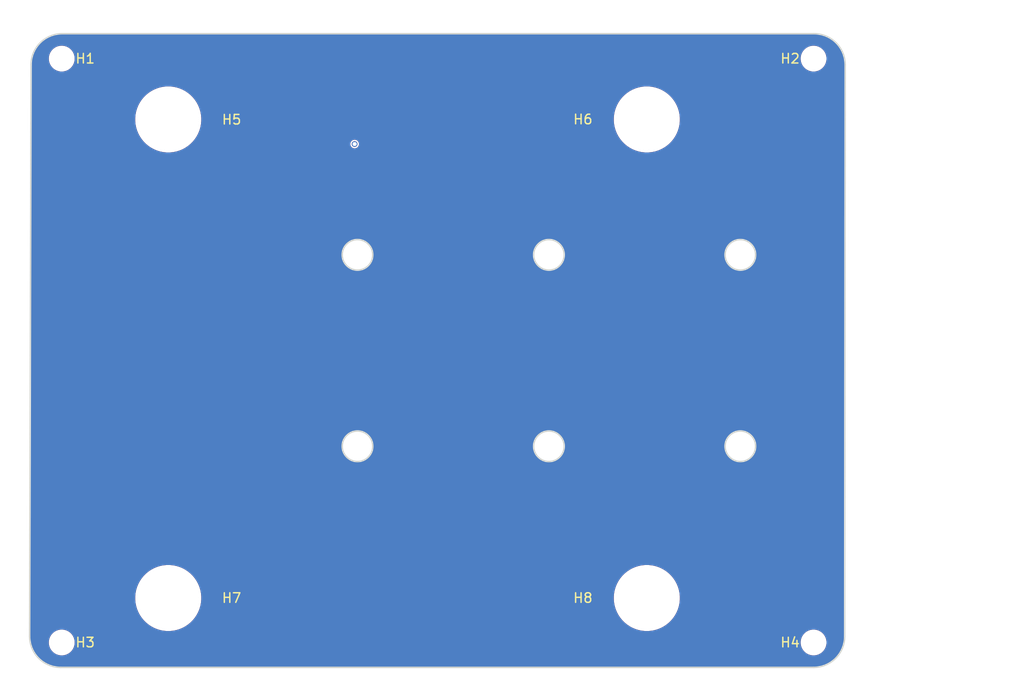
<source format=kicad_pcb>
(kicad_pcb (version 20240108) (generator "pcbnew") (generator_version "8.0")
  (layers (0 "F.Cu" signal) (31 "B.Cu" signal) (34 "B.Paste" user) (35 "F.Paste" user) (36 "B.SilkS" user "B.Silkscreen") (37 "F.SilkS" user "F.Silkscreen") (38 "B.Mask" user) (39 "F.Mask" user) (44 "Edge.Cuts" user))
  (net 0 "")
  (footprint "MountingHole:MountingHole_2.2mm_M2" (layer "F.Cu") (at 162.422 144.646)
    (property "Reference" "H4" (at -2.45 0 0) (layer "F.SilkS"))
    (property "Value" "MountingHole")
    (pad "" np_thru_hole circle (at 0 0) (size 2.2 2.2) (drill 2.2) (layers "*.Cu" "*.Mask"))
  )
  (footprint "MountingHole:MountingHole_6.4mm_M6" (layer "F.Cu") (at 145 90)
    (property "Reference" "H6" (at -6.678 -0.004 0) (layer "F.SilkS"))
    (property "Value" "MountingHole")
    (pad "" np_thru_hole circle (at 0 0) (size 6.4 6.4) (drill 6.4) (layers "*.Cu" "*.Mask"))
  )
  (footprint "MountingHole:MountingHole_2.2mm_M2" (layer "F.Cu") (at 83.872 83.646)
    (property "Reference" "H1" (at 2.45 0 0) (layer "F.SilkS"))
    (property "Value" "MountingHole")
    (pad "" np_thru_hole circle (at 0 0) (size 2.2 2.2) (drill 2.2) (layers "*.Cu" "*.Mask"))
  )
  (footprint "MountingHole:MountingHole_6.4mm_M6" (layer "F.Cu") (at 95 90)
    (property "Reference" "H5" (at 6.622 0.021 0) (layer "F.SilkS"))
    (property "Value" "MountingHole")
    (pad "" np_thru_hole circle (at 0 0) (size 6.4 6.4) (drill 6.4) (layers "*.Cu" "*.Mask"))
  )
  (footprint "MountingHole:MountingHole_2.2mm_M2" (layer "F.Cu") (at 83.872 144.646)
    (property "Reference" "H3" (at 2.45 0 0) (layer "F.SilkS"))
    (property "Value" "MountingHole")
    (pad "" np_thru_hole circle (at 0 0) (size 2.2 2.2) (drill 2.2) (layers "*.Cu" "*.Mask"))
  )
  (footprint "MountingHole:MountingHole_6.4mm_M6" (layer "F.Cu") (at 145 140)
    (property "Reference" "H8" (at -6.678 -0.004 0) (layer "F.SilkS"))
    (property "Value" "MountingHole")
    (pad "" np_thru_hole circle (at 0 0) (size 6.4 6.4) (drill 6.4) (layers "*.Cu" "*.Mask"))
  )
  (footprint "MountingHole:MountingHole_6.4mm_M6" (layer "F.Cu") (at 95 140)
    (property "Reference" "H7" (at 6.622 -0.004 0) (layer "F.SilkS"))
    (property "Value" "MountingHole")
    (pad "" np_thru_hole circle (at 0 0) (size 6.4 6.4) (drill 6.4) (layers "*.Cu" "*.Mask"))
  )
  (footprint "MountingHole:MountingHole_2.2mm_M2" (layer "F.Cu") (at 162.422 83.646)
    (property "Reference" "H2" (at -2.45 0 0) (layer "F.SilkS"))
    (property "Value" "MountingHole")
    (pad "" np_thru_hole circle (at 0 0) (size 2.2 2.2) (drill 2.2) (layers "*.Cu" "*.Mask"))
  )
  (gr_arc (start 80.672 84.296) (mid 81.623903 81.997903) (end 83.922 81.046) (stroke (width 0.16)) (layer "Edge.Cuts"))
  (gr_line (start 80.522 143.996) (end 80.672 84.296) (stroke (width 0.16)) (layer "Edge.Cuts"))
  (gr_circle (center 154.772 104.146) (end 153.172 104.146) (stroke (width 0.16)) (fill none) (layer "Edge.Cuts"))
  (gr_arc (start 165.672 143.996) (mid 164.720096 146.294095) (end 162.422 147.246) (stroke (width 0.16)) (layer "Edge.Cuts"))
  (gr_line (start 165.672 143.996) (end 165.722 84.296) (stroke (width 0.16)) (layer "Edge.Cuts"))
  (gr_line (start 83.922 81.046) (end 162.472 81.046) (stroke (width 0.16)) (layer "Edge.Cuts"))
  (gr_circle (center 114.772 104.146) (end 113.172 104.146) (stroke (width 0.16)) (fill none) (layer "Edge.Cuts"))
  (gr_circle (center 134.772 124.146) (end 133.172 124.146) (stroke (width 0.16)) (fill none) (layer "Edge.Cuts"))
  (gr_circle (center 114.772 124.146) (end 113.172 124.146) (stroke (width 0.16)) (fill none) (layer "Edge.Cuts"))
  (gr_circle (center 134.772 104.146) (end 133.172 104.146) (stroke (width 0.16)) (fill none) (layer "Edge.Cuts"))
  (gr_arc (start 83.772 147.246) (mid 81.473903 146.294097) (end 80.522 143.996) (stroke (width 0.16)) (layer "Edge.Cuts"))
  (gr_circle (center 154.772 124.146) (end 153.172 124.146) (stroke (width 0.16)) (fill none) (layer "Edge.Cuts"))
  (gr_line (start 83.772 147.246) (end 162.422 147.246) (stroke (width 0.16)) (layer "Edge.Cuts"))
  (gr_arc (start 162.472 81.046) (mid 164.770097 81.997903) (end 165.722 84.296) (stroke (width 0.16)) (layer "Edge.Cuts"))
  (via (at 114.472 92.571) (size 0.6) (drill 0.4) (layers "F.Cu" "B.Cu") (net 0))
  (zone (net 0) (net_name "") (layers "F&B.Cu") (connect_pads (clearance 0)) (min_thickness 0.25) (fill yes (thermal_gap 0.5) (thermal_bridge_width 0.5) (island_removal_mode 1) (island_area_min 10))
    (polygon (pts (xy 79.297 81.796) (xy 79.472 148.046) (xy 166.897 147.471) (xy 166.547 80.621) (xy 83.047 80.346)))
  )
)
</source>
